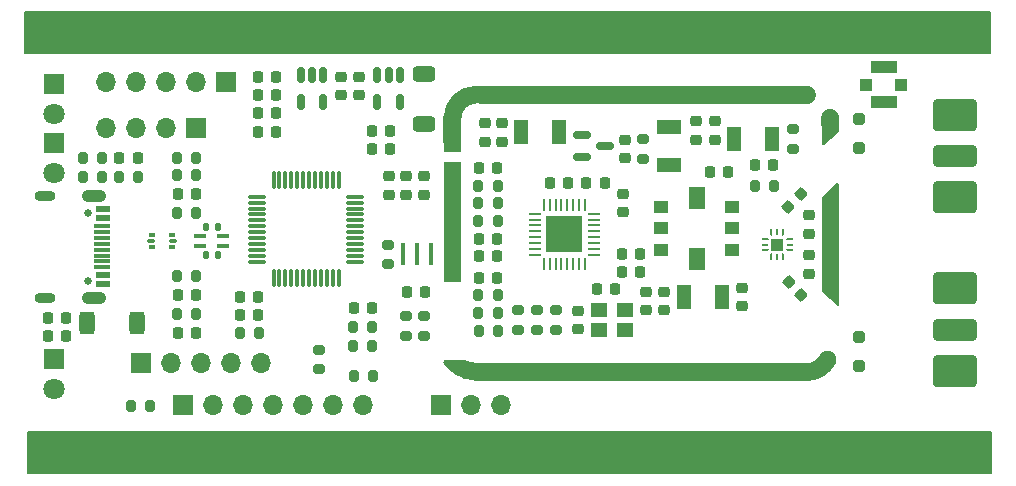
<source format=gts>
G04 #@! TF.GenerationSoftware,KiCad,Pcbnew,8.0.4*
G04 #@! TF.CreationDate,2024-11-17T23:13:56+01:00*
G04 #@! TF.ProjectId,TEF6687,54454636-3638-4372-9e6b-696361645f70,v1.1*
G04 #@! TF.SameCoordinates,Original*
G04 #@! TF.FileFunction,Soldermask,Top*
G04 #@! TF.FilePolarity,Negative*
%FSLAX46Y46*%
G04 Gerber Fmt 4.6, Leading zero omitted, Abs format (unit mm)*
G04 Created by KiCad (PCBNEW 8.0.4) date 2024-11-17 23:13:56*
%MOMM*%
%LPD*%
G01*
G04 APERTURE LIST*
G04 Aperture macros list*
%AMRoundRect*
0 Rectangle with rounded corners*
0 $1 Rounding radius*
0 $2 $3 $4 $5 $6 $7 $8 $9 X,Y pos of 4 corners*
0 Add a 4 corners polygon primitive as box body*
4,1,4,$2,$3,$4,$5,$6,$7,$8,$9,$2,$3,0*
0 Add four circle primitives for the rounded corners*
1,1,$1+$1,$2,$3*
1,1,$1+$1,$4,$5*
1,1,$1+$1,$6,$7*
1,1,$1+$1,$8,$9*
0 Add four rect primitives between the rounded corners*
20,1,$1+$1,$2,$3,$4,$5,0*
20,1,$1+$1,$4,$5,$6,$7,0*
20,1,$1+$1,$6,$7,$8,$9,0*
20,1,$1+$1,$8,$9,$2,$3,0*%
%AMFreePoly0*
4,1,6,0.397500,-0.010000,0.397500,-0.125000,-0.202500,-0.125000,-0.202500,0.125000,0.217500,0.125000,0.397500,-0.010000,0.397500,-0.010000,$1*%
%AMFreePoly1*
4,1,6,0.397500,0.010000,0.217500,-0.125000,-0.202500,-0.125000,-0.202500,0.125000,0.397500,0.125000,0.397500,0.010000,0.397500,0.010000,$1*%
%AMFreePoly2*
4,1,7,0.202500,-0.125000,-0.202500,-0.125000,-0.397500,-0.125000,-0.397500,-0.010000,-0.217500,0.125000,0.202500,0.125000,0.202500,-0.125000,0.202500,-0.125000,$1*%
G04 Aperture macros list end*
%ADD10C,0.200000*%
%ADD11C,1.500000*%
%ADD12RoundRect,0.249999X0.700001X-0.387501X0.700001X0.387501X-0.700001X0.387501X-0.700001X-0.387501X0*%
%ADD13RoundRect,0.225000X-0.225000X-0.250000X0.225000X-0.250000X0.225000X0.250000X-0.225000X0.250000X0*%
%ADD14RoundRect,0.250000X0.250000X-0.250000X0.250000X0.250000X-0.250000X0.250000X-0.250000X-0.250000X0*%
%ADD15R,1.800000X1.800000*%
%ADD16C,1.800000*%
%ADD17RoundRect,0.225000X0.225000X0.250000X-0.225000X0.250000X-0.225000X-0.250000X0.225000X-0.250000X0*%
%ADD18RoundRect,0.200000X0.200000X0.275000X-0.200000X0.275000X-0.200000X-0.275000X0.200000X-0.275000X0*%
%ADD19RoundRect,0.150000X-0.150000X0.512500X-0.150000X-0.512500X0.150000X-0.512500X0.150000X0.512500X0*%
%ADD20RoundRect,0.150000X-0.587500X-0.150000X0.587500X-0.150000X0.587500X0.150000X-0.587500X0.150000X0*%
%ADD21R,0.400000X1.900000*%
%ADD22R,1.200000X2.000000*%
%ADD23RoundRect,0.250000X-0.250000X0.250000X-0.250000X-0.250000X0.250000X-0.250000X0.250000X0.250000X0*%
%ADD24RoundRect,0.225000X0.250000X-0.225000X0.250000X0.225000X-0.250000X0.225000X-0.250000X-0.225000X0*%
%ADD25RoundRect,0.250000X-1.595000X-0.640000X1.595000X-0.640000X1.595000X0.640000X-1.595000X0.640000X0*%
%ADD26RoundRect,0.250000X-1.595000X-1.082500X1.595000X-1.082500X1.595000X1.082500X-1.595000X1.082500X0*%
%ADD27RoundRect,0.200000X-0.275000X0.200000X-0.275000X-0.200000X0.275000X-0.200000X0.275000X0.200000X0*%
%ADD28R,1.100000X0.400000*%
%ADD29RoundRect,0.200000X0.275000X-0.200000X0.275000X0.200000X-0.275000X0.200000X-0.275000X-0.200000X0*%
%ADD30RoundRect,0.075000X0.662500X0.075000X-0.662500X0.075000X-0.662500X-0.075000X0.662500X-0.075000X0*%
%ADD31RoundRect,0.075000X0.075000X0.662500X-0.075000X0.662500X-0.075000X-0.662500X0.075000X-0.662500X0*%
%ADD32RoundRect,0.249999X-0.387501X-0.700001X0.387501X-0.700001X0.387501X0.700001X-0.387501X0.700001X0*%
%ADD33R,1.000000X1.000000*%
%ADD34R,2.200000X1.050000*%
%ADD35FreePoly0,0.000000*%
%ADD36R,0.600000X0.250000*%
%ADD37FreePoly1,0.000000*%
%ADD38FreePoly0,90.000000*%
%ADD39R,0.250000X0.600000*%
%ADD40FreePoly2,270.000000*%
%ADD41FreePoly0,180.000000*%
%ADD42FreePoly1,180.000000*%
%ADD43FreePoly0,270.000000*%
%ADD44FreePoly2,90.000000*%
%ADD45R,1.100000X1.100000*%
%ADD46RoundRect,0.200000X-0.200000X-0.275000X0.200000X-0.275000X0.200000X0.275000X-0.200000X0.275000X0*%
%ADD47R,1.700000X1.700000*%
%ADD48O,1.700000X1.700000*%
%ADD49RoundRect,0.135000X0.135000X0.185000X-0.135000X0.185000X-0.135000X-0.185000X0.135000X-0.185000X0*%
%ADD50RoundRect,0.225000X0.017678X-0.335876X0.335876X-0.017678X-0.017678X0.335876X-0.335876X0.017678X0*%
%ADD51C,0.650000*%
%ADD52R,1.275000X0.600000*%
%ADD53R,1.300000X0.600000*%
%ADD54R,1.370000X0.300000*%
%ADD55O,2.100000X1.050000*%
%ADD56O,1.800000X0.900000*%
%ADD57R,2.286000X1.500000*%
%ADD58RoundRect,0.135000X-0.135000X-0.185000X0.135000X-0.185000X0.135000X0.185000X-0.135000X0.185000X0*%
%ADD59RoundRect,0.062500X0.437500X0.062500X-0.437500X0.062500X-0.437500X-0.062500X0.437500X-0.062500X0*%
%ADD60RoundRect,0.062500X0.062500X0.437500X-0.062500X0.437500X-0.062500X-0.437500X0.062500X-0.437500X0*%
%ADD61R,3.100000X3.100000*%
%ADD62RoundRect,0.225000X-0.250000X0.225000X-0.250000X-0.225000X0.250000X-0.225000X0.250000X0.225000X0*%
%ADD63R,2.000000X1.200000*%
%ADD64RoundRect,0.218750X0.218750X0.256250X-0.218750X0.256250X-0.218750X-0.256250X0.218750X-0.256250X0*%
%ADD65R,1.400000X1.200000*%
%ADD66RoundRect,0.218750X-0.218750X-0.256250X0.218750X-0.256250X0.218750X0.256250X-0.218750X0.256250X0*%
%ADD67RoundRect,0.225000X0.335876X0.017678X0.017678X0.335876X-0.335876X-0.017678X-0.017678X-0.335876X0*%
%ADD68R,1.300000X1.000000*%
%ADD69R,1.400000X1.900000*%
%ADD70RoundRect,0.218750X-0.256250X0.218750X-0.256250X-0.218750X0.256250X-0.218750X0.256250X0.218750X0*%
%ADD71RoundRect,0.093750X-0.156250X-0.093750X0.156250X-0.093750X0.156250X0.093750X-0.156250X0.093750X0*%
%ADD72RoundRect,0.075000X-0.250000X-0.075000X0.250000X-0.075000X0.250000X0.075000X-0.250000X0.075000X0*%
G04 APERTURE END LIST*
D10*
X113539297Y-43439297D02*
X195200000Y-43439297D01*
X195200000Y-46900000D01*
X113539297Y-46900000D01*
X113539297Y-43439297D01*
G36*
X113539297Y-43439297D02*
G01*
X195200000Y-43439297D01*
X195200000Y-46900000D01*
X113539297Y-46900000D01*
X113539297Y-43439297D01*
G37*
X113800000Y-78999649D02*
X195300000Y-78999649D01*
X195300000Y-82459649D01*
X113800000Y-82459649D01*
X113800000Y-78999649D01*
G36*
X113800000Y-78999649D02*
G01*
X195300000Y-78999649D01*
X195300000Y-82459649D01*
X113800000Y-82459649D01*
X113800000Y-78999649D01*
G37*
D11*
G04 #@! TO.C,REF\u002A\u002A*
X149700000Y-52400000D02*
X149700000Y-54300000D01*
X152200000Y-50400000D02*
X179700000Y-50400000D01*
X179700000Y-73900000D02*
X151900000Y-73900000D01*
X181700000Y-52900000D02*
X181700000Y-52350000D01*
X149700000Y-52400000D02*
G75*
G02*
X151700000Y-50400000I1999999J1D01*
G01*
X151690092Y-73888587D02*
G75*
G02*
X150828920Y-73704910I8J2110687D01*
G01*
X181449999Y-72850000D02*
G75*
G02*
X179700000Y-73891230I-1749999J950000D01*
G01*
G04 #@! TD*
D12*
G04 #@! TO.C,FB5*
X147300000Y-52912500D03*
X147300000Y-48687500D03*
G04 #@! TD*
D13*
G04 #@! TO.C,C6*
X175325000Y-56400000D03*
X176875000Y-56400000D03*
G04 #@! TD*
D14*
G04 #@! TO.C,D5*
X184100000Y-54950000D03*
X184100000Y-52450000D03*
G04 #@! TD*
D15*
G04 #@! TO.C,D1*
X116000000Y-54460000D03*
D16*
X116000000Y-57000000D03*
G04 #@! TD*
D17*
G04 #@! TO.C,C43*
X144425000Y-53500000D03*
X142875000Y-53500000D03*
G04 #@! TD*
D18*
G04 #@! TO.C,R28*
X133325000Y-70600000D03*
X131675000Y-70600000D03*
G04 #@! TD*
G04 #@! TO.C,R12*
X153550000Y-58100000D03*
X151900000Y-58100000D03*
G04 #@! TD*
D17*
G04 #@! TO.C,C5*
X123050000Y-55750000D03*
X121500000Y-55750000D03*
G04 #@! TD*
D19*
G04 #@! TO.C,U5*
X138750000Y-48762500D03*
X137800000Y-48762500D03*
X136850000Y-48762500D03*
X136850000Y-51037500D03*
X138750000Y-51037500D03*
G04 #@! TD*
D20*
G04 #@! TO.C,D4*
X160700000Y-53800000D03*
X160700000Y-55700000D03*
X162575000Y-54750000D03*
G04 #@! TD*
D21*
G04 #@! TO.C,Y2*
X145500000Y-63900000D03*
X146700000Y-63900000D03*
X147900000Y-63900000D03*
G04 #@! TD*
D22*
G04 #@! TO.C,L4*
X172542000Y-67564000D03*
X169342000Y-67564000D03*
G04 #@! TD*
D23*
G04 #@! TO.C,D6*
X184100000Y-70900000D03*
X184100000Y-73400000D03*
G04 #@! TD*
D18*
G04 #@! TO.C,R4*
X123100000Y-57400000D03*
X121450000Y-57400000D03*
G04 #@! TD*
D24*
G04 #@! TO.C,C33*
X144300000Y-58875000D03*
X144300000Y-57325000D03*
G04 #@! TD*
D13*
G04 #@! TO.C,C26*
X161925000Y-66900000D03*
X163475000Y-66900000D03*
G04 #@! TD*
D18*
G04 #@! TO.C,R15*
X153550000Y-67400000D03*
X151900000Y-67400000D03*
G04 #@! TD*
D25*
G04 #@! TO.C,J9*
X192250000Y-70300000D03*
D26*
X192250000Y-66807500D03*
X192250000Y-73792500D03*
G04 #@! TD*
D13*
G04 #@! TO.C,C36*
X131725000Y-67500000D03*
X133275000Y-67500000D03*
G04 #@! TD*
D17*
G04 #@! TO.C,C22*
X165600000Y-65400000D03*
X164050000Y-65400000D03*
G04 #@! TD*
D24*
G04 #@! TO.C,C31*
X145800000Y-58875000D03*
X145800000Y-57325000D03*
G04 #@! TD*
D13*
G04 #@! TO.C,C12*
X151925000Y-56600000D03*
X153475000Y-56600000D03*
G04 #@! TD*
D27*
G04 #@! TO.C,R25*
X138400000Y-72025000D03*
X138400000Y-73675000D03*
G04 #@! TD*
D28*
G04 #@! TO.C,FL1*
X130250000Y-62400000D03*
X128350000Y-62400000D03*
X130250000Y-63200000D03*
X128350000Y-63200000D03*
G04 #@! TD*
D24*
G04 #@! TO.C,C18*
X174200000Y-68325000D03*
X174200000Y-66775000D03*
G04 #@! TD*
D17*
G04 #@! TO.C,C32*
X127975000Y-70600000D03*
X126425000Y-70600000D03*
G04 #@! TD*
D29*
G04 #@! TO.C,R8*
X178500000Y-54975000D03*
X178500000Y-53325000D03*
G04 #@! TD*
D15*
G04 #@! TO.C,D2*
X116000000Y-49525000D03*
D16*
X116000000Y-52065000D03*
G04 #@! TD*
D30*
G04 #@! TO.C,U4*
X141462500Y-64550000D03*
X141462500Y-64050000D03*
X141462500Y-63550000D03*
X141462500Y-63050000D03*
X141462500Y-62550000D03*
X141462500Y-62050000D03*
X141462500Y-61550000D03*
X141462500Y-61050000D03*
X141462500Y-60550000D03*
X141462500Y-60050000D03*
X141462500Y-59550000D03*
X141462500Y-59050000D03*
D31*
X140050000Y-57637500D03*
X139550000Y-57637500D03*
X139050000Y-57637500D03*
X138550000Y-57637500D03*
X138050000Y-57637500D03*
X137550000Y-57637500D03*
X137050000Y-57637500D03*
X136550000Y-57637500D03*
X136050000Y-57637500D03*
X135550000Y-57637500D03*
X135050000Y-57637500D03*
X134550000Y-57637500D03*
D30*
X133137500Y-59050000D03*
X133137500Y-59550000D03*
X133137500Y-60050000D03*
X133137500Y-60550000D03*
X133137500Y-61050000D03*
X133137500Y-61550000D03*
X133137500Y-62050000D03*
X133137500Y-62550000D03*
X133137500Y-63050000D03*
X133137500Y-63550000D03*
X133137500Y-64050000D03*
X133137500Y-64550000D03*
D31*
X134550000Y-65962500D03*
X135050000Y-65962500D03*
X135550000Y-65962500D03*
X136050000Y-65962500D03*
X136550000Y-65962500D03*
X137050000Y-65962500D03*
X137550000Y-65962500D03*
X138050000Y-65962500D03*
X138550000Y-65962500D03*
X139050000Y-65962500D03*
X139550000Y-65962500D03*
X140050000Y-65962500D03*
G04 #@! TD*
D13*
G04 #@! TO.C,C4*
X115425000Y-70850000D03*
X116975000Y-70850000D03*
G04 #@! TD*
D32*
G04 #@! TO.C,FB1*
X118787500Y-69750000D03*
X123012500Y-69750000D03*
G04 #@! TD*
D33*
G04 #@! TO.C,J8*
X184700000Y-49579000D03*
D34*
X186200000Y-48104000D03*
D33*
X187700000Y-49579000D03*
D34*
X186200000Y-51054000D03*
G04 #@! TD*
D35*
G04 #@! TO.C,U2*
X176052500Y-62600000D03*
D36*
X176150000Y-63100000D03*
D37*
X176052500Y-63600000D03*
D38*
X176700000Y-64247500D03*
D39*
X177200000Y-64150000D03*
D40*
X177700000Y-64247500D03*
D41*
X178347500Y-63600000D03*
D36*
X178250000Y-63100000D03*
D42*
X178347500Y-62600000D03*
D43*
X177700000Y-61952500D03*
D39*
X177200000Y-62050000D03*
D44*
X176700000Y-61952500D03*
D45*
X177200000Y-63100000D03*
G04 #@! TD*
D17*
G04 #@! TO.C,C40*
X134775000Y-48900000D03*
X133225000Y-48900000D03*
G04 #@! TD*
D29*
G04 #@! TO.C,R9*
X165800000Y-55825000D03*
X165800000Y-54175000D03*
G04 #@! TD*
D46*
G04 #@! TO.C,R16*
X151900000Y-59600000D03*
X153550000Y-59600000D03*
G04 #@! TD*
D18*
G04 #@! TO.C,R24*
X142925000Y-70100000D03*
X141275000Y-70100000D03*
G04 #@! TD*
D24*
G04 #@! TO.C,C8*
X171900000Y-54225000D03*
X171900000Y-52675000D03*
G04 #@! TD*
D17*
G04 #@! TO.C,C28*
X153500000Y-64100000D03*
X151950000Y-64100000D03*
G04 #@! TD*
G04 #@! TO.C,C2*
X127975000Y-58850000D03*
X126425000Y-58850000D03*
G04 #@! TD*
D47*
G04 #@! TO.C,J6*
X126873000Y-76700000D03*
D48*
X129413000Y-76700000D03*
X131953000Y-76700000D03*
X134493000Y-76700000D03*
X137033000Y-76700000D03*
X139573000Y-76700000D03*
X142113000Y-76700000D03*
G04 #@! TD*
D46*
G04 #@! TO.C,R6*
X122475000Y-76800000D03*
X124125000Y-76800000D03*
G04 #@! TD*
D13*
G04 #@! TO.C,C20*
X171475000Y-56950000D03*
X173025000Y-56950000D03*
G04 #@! TD*
D46*
G04 #@! TO.C,R29*
X126375000Y-69000000D03*
X128025000Y-69000000D03*
G04 #@! TD*
D18*
G04 #@! TO.C,R23*
X142925000Y-71650000D03*
X141275000Y-71650000D03*
G04 #@! TD*
D47*
G04 #@! TO.C,J3*
X130540000Y-49350000D03*
D48*
X128000000Y-49350000D03*
X125460000Y-49350000D03*
X122920000Y-49350000D03*
X120380000Y-49350000D03*
G04 #@! TD*
D13*
G04 #@! TO.C,C35*
X141325000Y-68500000D03*
X142875000Y-68500000D03*
G04 #@! TD*
D49*
G04 #@! TO.C,R30*
X129810000Y-61650000D03*
X128790000Y-61650000D03*
G04 #@! TD*
D46*
G04 #@! TO.C,R2*
X126375000Y-65800000D03*
X128025000Y-65800000D03*
G04 #@! TD*
D27*
G04 #@! TO.C,R18*
X158425000Y-68675000D03*
X158425000Y-70325000D03*
G04 #@! TD*
D50*
G04 #@! TO.C,C15*
X178101992Y-59948008D03*
X179198008Y-58851992D03*
G04 #@! TD*
D17*
G04 #@! TO.C,C42*
X134775000Y-50400000D03*
X133225000Y-50400000D03*
G04 #@! TD*
D27*
G04 #@! TO.C,R19*
X155225000Y-68675000D03*
X155225000Y-70325000D03*
G04 #@! TD*
D51*
G04 #@! TO.C,J1*
X118880000Y-60390000D03*
X118880000Y-66170000D03*
D52*
X120112500Y-60080000D03*
D53*
X120100000Y-60880000D03*
D54*
X120065000Y-62030000D03*
X120065000Y-63030000D03*
X120065000Y-63530000D03*
X120065000Y-64530000D03*
D52*
X120112500Y-66480000D03*
D53*
X120100000Y-65680000D03*
D54*
X120065000Y-65030000D03*
X120065000Y-64030000D03*
X120065000Y-62530000D03*
X120065000Y-61530000D03*
D55*
X119380000Y-58960000D03*
X119380000Y-67600000D03*
D56*
X115200000Y-58960000D03*
X115200000Y-67600000D03*
G04 #@! TD*
D22*
G04 #@! TO.C,L1*
X176750000Y-54150000D03*
X173550000Y-54150000D03*
G04 #@! TD*
D57*
G04 #@! TO.C,REF\u002A\u002A*
X154600000Y-73900000D03*
X176900000Y-50400000D03*
G04 #@! TD*
D13*
G04 #@! TO.C,C30*
X151950000Y-65900000D03*
X153500000Y-65900000D03*
G04 #@! TD*
D27*
G04 #@! TO.C,R11*
X156825000Y-68675000D03*
X156825000Y-70325000D03*
G04 #@! TD*
D25*
G04 #@! TO.C,J10*
X192250000Y-55600000D03*
D26*
X192250000Y-52107500D03*
X192250000Y-59092500D03*
G04 #@! TD*
D58*
G04 #@! TO.C,R31*
X128790000Y-64000000D03*
X129810000Y-64000000D03*
G04 #@! TD*
D17*
G04 #@! TO.C,C23*
X165600000Y-63900000D03*
X164050000Y-63900000D03*
G04 #@! TD*
D24*
G04 #@! TO.C,C39*
X141800000Y-50475000D03*
X141800000Y-48925000D03*
G04 #@! TD*
D47*
G04 #@! TO.C,J7*
X148717000Y-76700000D03*
D48*
X151257000Y-76700000D03*
X153797000Y-76700000D03*
G04 #@! TD*
D47*
G04 #@! TO.C,J2*
X128000000Y-53250000D03*
D48*
X125460000Y-53250000D03*
X122920000Y-53250000D03*
X120380000Y-53250000D03*
G04 #@! TD*
D47*
G04 #@! TO.C,J4*
X123320000Y-73100000D03*
D48*
X125860000Y-73100000D03*
X128400000Y-73100000D03*
X130940000Y-73100000D03*
X133480000Y-73100000D03*
G04 #@! TD*
D59*
G04 #@! TO.C,U3*
X161675000Y-63980000D03*
X161675000Y-63480000D03*
X161675000Y-62980000D03*
X161675000Y-62480000D03*
X161675000Y-61980000D03*
X161675000Y-61480000D03*
X161675000Y-60980000D03*
X161675000Y-60480000D03*
D60*
X160925000Y-59730000D03*
X160425000Y-59730000D03*
X159925000Y-59730000D03*
X159425000Y-59730000D03*
X158925000Y-59730000D03*
X158425000Y-59730000D03*
X157925000Y-59730000D03*
X157425000Y-59730000D03*
D59*
X156675000Y-60480000D03*
X156675000Y-60980000D03*
X156675000Y-61480000D03*
X156675000Y-61980000D03*
X156675000Y-62480000D03*
X156675000Y-62980000D03*
X156675000Y-63480000D03*
X156675000Y-63980000D03*
D60*
X157425000Y-64730000D03*
X157925000Y-64730000D03*
X158425000Y-64730000D03*
X158925000Y-64730000D03*
X159425000Y-64730000D03*
X159925000Y-64730000D03*
X160425000Y-64730000D03*
X160925000Y-64730000D03*
D61*
X159175000Y-62230000D03*
G04 #@! TD*
D62*
G04 #@! TO.C,C21*
X160350000Y-68725000D03*
X160350000Y-70275000D03*
G04 #@! TD*
G04 #@! TO.C,C11*
X152412500Y-52825000D03*
X152412500Y-54375000D03*
G04 #@! TD*
D18*
G04 #@! TO.C,R13*
X153550000Y-61100000D03*
X151900000Y-61100000D03*
G04 #@! TD*
D24*
G04 #@! TO.C,C19*
X167589200Y-68675000D03*
X167589200Y-67125000D03*
G04 #@! TD*
D63*
G04 #@! TO.C,L2*
X168050000Y-53150000D03*
X168050000Y-56350000D03*
G04 #@! TD*
D29*
G04 #@! TO.C,R20*
X147300000Y-70825000D03*
X147300000Y-69175000D03*
G04 #@! TD*
D46*
G04 #@! TO.C,R7*
X175275000Y-58150000D03*
X176925000Y-58150000D03*
G04 #@! TD*
D17*
G04 #@! TO.C,C41*
X144425000Y-55050000D03*
X142875000Y-55050000D03*
G04 #@! TD*
D24*
G04 #@! TO.C,C7*
X170350000Y-54225000D03*
X170350000Y-52675000D03*
G04 #@! TD*
G04 #@! TO.C,C38*
X140300000Y-50475000D03*
X140300000Y-48925000D03*
G04 #@! TD*
D17*
G04 #@! TO.C,C29*
X153500000Y-62600000D03*
X151950000Y-62600000D03*
G04 #@! TD*
D15*
G04 #@! TO.C,D3*
X116000000Y-72800000D03*
D16*
X116000000Y-75340000D03*
G04 #@! TD*
D13*
G04 #@! TO.C,C34*
X133225000Y-53600000D03*
X134775000Y-53600000D03*
G04 #@! TD*
D64*
G04 #@! TO.C,FB3*
X134787500Y-52000000D03*
X133212500Y-52000000D03*
G04 #@! TD*
D29*
G04 #@! TO.C,R21*
X145800000Y-70825000D03*
X145800000Y-69175000D03*
G04 #@! TD*
D46*
G04 #@! TO.C,R1*
X126375000Y-60400000D03*
X128025000Y-60400000D03*
G04 #@! TD*
D62*
G04 #@! TO.C,C10*
X164300000Y-54225000D03*
X164300000Y-55775000D03*
G04 #@! TD*
D65*
G04 #@! TO.C,Y1*
X164300000Y-68650000D03*
X162100000Y-68650000D03*
X162100000Y-70350000D03*
X164300000Y-70350000D03*
G04 #@! TD*
D22*
G04 #@! TO.C,L3*
X158712500Y-53600000D03*
X155512500Y-53600000D03*
G04 #@! TD*
D66*
G04 #@! TO.C,FB2*
X145812500Y-67150000D03*
X147387500Y-67150000D03*
G04 #@! TD*
D67*
G04 #@! TO.C,C14*
X179248008Y-67398008D03*
X178151992Y-66301992D03*
G04 #@! TD*
D27*
G04 #@! TO.C,R22*
X144200000Y-63125000D03*
X144200000Y-64775000D03*
G04 #@! TD*
D18*
G04 #@! TO.C,R3*
X120025000Y-57400000D03*
X118375000Y-57400000D03*
G04 #@! TD*
D46*
G04 #@! TO.C,R5*
X118375000Y-55750000D03*
X120025000Y-55750000D03*
G04 #@! TD*
G04 #@! TO.C,R10*
X141325000Y-74200000D03*
X142975000Y-74200000D03*
G04 #@! TD*
D13*
G04 #@! TO.C,C24*
X157925000Y-57900000D03*
X159475000Y-57900000D03*
G04 #@! TD*
D18*
G04 #@! TO.C,R14*
X153550000Y-68900000D03*
X151900000Y-68900000D03*
G04 #@! TD*
D68*
G04 #@! TO.C,TR1*
X167375000Y-59930000D03*
X167375000Y-61730000D03*
X167375000Y-63530000D03*
X173375000Y-63530000D03*
X173375000Y-61730000D03*
X173375000Y-59930000D03*
D69*
X170375000Y-59130000D03*
X170375000Y-64330000D03*
G04 #@! TD*
D62*
G04 #@! TO.C,C9*
X153912500Y-52825000D03*
X153912500Y-54375000D03*
G04 #@! TD*
D70*
G04 #@! TO.C,FB4*
X147300000Y-57312500D03*
X147300000Y-58887500D03*
G04 #@! TD*
D13*
G04 #@! TO.C,C1*
X115425000Y-69342000D03*
X116975000Y-69342000D03*
G04 #@! TD*
D24*
G04 #@! TO.C,C17*
X179900000Y-65575000D03*
X179900000Y-64025000D03*
G04 #@! TD*
D13*
G04 #@! TO.C,C37*
X131725000Y-69100000D03*
X133275000Y-69100000D03*
G04 #@! TD*
G04 #@! TO.C,C3*
X126425000Y-67400000D03*
X127975000Y-67400000D03*
G04 #@! TD*
D18*
G04 #@! TO.C,R17*
X153575000Y-70400000D03*
X151925000Y-70400000D03*
G04 #@! TD*
D19*
G04 #@! TO.C,U6*
X145250000Y-48762500D03*
X144300000Y-48762500D03*
X143350000Y-48762500D03*
X143350000Y-51037500D03*
X145250000Y-51037500D03*
G04 #@! TD*
D24*
G04 #@! TO.C,C25*
X166100000Y-68675000D03*
X166100000Y-67125000D03*
G04 #@! TD*
D18*
G04 #@! TO.C,R26*
X128025000Y-55750000D03*
X126375000Y-55750000D03*
G04 #@! TD*
D13*
G04 #@! TO.C,C13*
X161025000Y-57900000D03*
X162575000Y-57900000D03*
G04 #@! TD*
D71*
G04 #@! TO.C,U1*
X124275000Y-62262500D03*
D72*
X124200000Y-62800000D03*
D71*
X124275000Y-63337500D03*
X125975000Y-63337500D03*
D72*
X126050000Y-62800000D03*
D71*
X125975000Y-62262500D03*
G04 #@! TD*
D24*
G04 #@! TO.C,C16*
X179900000Y-62175000D03*
X179900000Y-60625000D03*
G04 #@! TD*
G04 #@! TO.C,C27*
X164100000Y-60375000D03*
X164100000Y-58825000D03*
G04 #@! TD*
D18*
G04 #@! TO.C,R27*
X128025000Y-57250000D03*
X126375000Y-57250000D03*
G04 #@! TD*
G36*
X182379772Y-52091358D02*
G01*
X182427250Y-52142619D01*
X182439792Y-52187514D01*
X182439997Y-52189978D01*
X182449385Y-52283849D01*
X182450000Y-52296188D01*
X182450000Y-53493662D01*
X182430315Y-53560701D01*
X182407566Y-53587059D01*
X181155566Y-54680472D01*
X181092124Y-54709743D01*
X181022927Y-54700069D01*
X180969946Y-54654519D01*
X180950001Y-54587557D01*
X180950000Y-54587075D01*
X180950000Y-52320002D01*
X180949999Y-52319992D01*
X180943155Y-52251555D01*
X180956070Y-52182889D01*
X181004059Y-52132107D01*
X181062435Y-52115283D01*
X182312118Y-52073903D01*
X182379772Y-52091358D01*
G37*
G36*
X150756601Y-72867476D02*
G01*
X150764634Y-72873098D01*
X150800000Y-72900000D01*
X150960139Y-72953379D01*
X151017513Y-72993253D01*
X151044222Y-73057816D01*
X151031786Y-73126570D01*
X151030105Y-73129804D01*
X150452471Y-74202553D01*
X150403356Y-74252247D01*
X150335172Y-74267499D01*
X150297241Y-74258896D01*
X149917062Y-74106825D01*
X149885652Y-74088522D01*
X149405360Y-73704288D01*
X149395141Y-73695141D01*
X149114229Y-73414229D01*
X149091001Y-73382003D01*
X148938675Y-73077352D01*
X148926300Y-73008587D01*
X148953067Y-72944047D01*
X148962228Y-72933892D01*
X149012706Y-72883786D01*
X149074152Y-72850528D01*
X149100062Y-72847791D01*
X150689562Y-72847791D01*
X150756601Y-72867476D01*
G37*
G36*
X150393039Y-56119685D02*
G01*
X150438794Y-56172489D01*
X150450000Y-56224000D01*
X150450000Y-66166000D01*
X150430315Y-66233039D01*
X150377511Y-66278794D01*
X150326000Y-66290000D01*
X149074000Y-66290000D01*
X149006961Y-66270315D01*
X148961206Y-66217511D01*
X148950000Y-66166000D01*
X148950000Y-56224000D01*
X148969685Y-56156961D01*
X149022489Y-56111206D01*
X149074000Y-56100000D01*
X150326000Y-56100000D01*
X150393039Y-56119685D01*
G37*
G36*
X182372297Y-57898801D02*
G01*
X182427139Y-57942092D01*
X182449870Y-58008161D01*
X182450000Y-58013834D01*
X182450000Y-68151575D01*
X182430315Y-68218614D01*
X182377511Y-68264369D01*
X182308353Y-68274313D01*
X182244797Y-68245288D01*
X182243048Y-68243743D01*
X180991048Y-67116943D01*
X180954387Y-67057465D01*
X180950000Y-67024775D01*
X180950000Y-59203234D01*
X180969685Y-59136195D01*
X180988595Y-59113334D01*
X182240595Y-57923934D01*
X182302756Y-57892032D01*
X182372297Y-57898801D01*
G37*
G36*
X150393039Y-59719685D02*
G01*
X150438794Y-59772489D01*
X150450000Y-59824000D01*
X150450000Y-60856000D01*
X150430315Y-60923039D01*
X150377511Y-60968794D01*
X150326000Y-60980000D01*
X149074000Y-60980000D01*
X149006961Y-60960315D01*
X148961206Y-60907511D01*
X148950000Y-60856000D01*
X148950000Y-59824000D01*
X148969685Y-59756961D01*
X149022489Y-59711206D01*
X149074000Y-59700000D01*
X150326000Y-59700000D01*
X150393039Y-59719685D01*
G37*
G36*
X150393039Y-58219685D02*
G01*
X150438794Y-58272489D01*
X150450000Y-58324000D01*
X150450000Y-59376000D01*
X150430315Y-59443039D01*
X150377511Y-59488794D01*
X150326000Y-59500000D01*
X149074000Y-59500000D01*
X149006961Y-59480315D01*
X148961206Y-59427511D01*
X148950000Y-59376000D01*
X148950000Y-58324000D01*
X148969685Y-58256961D01*
X149022489Y-58211206D01*
X149074000Y-58200000D01*
X150326000Y-58200000D01*
X150393039Y-58219685D01*
G37*
G36*
X150393039Y-53149685D02*
G01*
X150438794Y-53202489D01*
X150450000Y-53254000D01*
X150450000Y-55176000D01*
X150430315Y-55243039D01*
X150377511Y-55288794D01*
X150326000Y-55300000D01*
X149074000Y-55300000D01*
X149006961Y-55280315D01*
X148961206Y-55227511D01*
X148950000Y-55176000D01*
X148950000Y-53254000D01*
X148969685Y-53186961D01*
X149022489Y-53141206D01*
X149074000Y-53130000D01*
X150326000Y-53130000D01*
X150393039Y-53149685D01*
G37*
G36*
X150393039Y-61199685D02*
G01*
X150438794Y-61252489D01*
X150450000Y-61304000D01*
X150450000Y-66166000D01*
X150430315Y-66233039D01*
X150377511Y-66278794D01*
X150326000Y-66290000D01*
X149074000Y-66290000D01*
X149006961Y-66270315D01*
X148961206Y-66217511D01*
X148950000Y-66166000D01*
X148950000Y-61304000D01*
X148969685Y-61236961D01*
X149022489Y-61191206D01*
X149074000Y-61180000D01*
X150326000Y-61180000D01*
X150393039Y-61199685D01*
G37*
M02*

</source>
